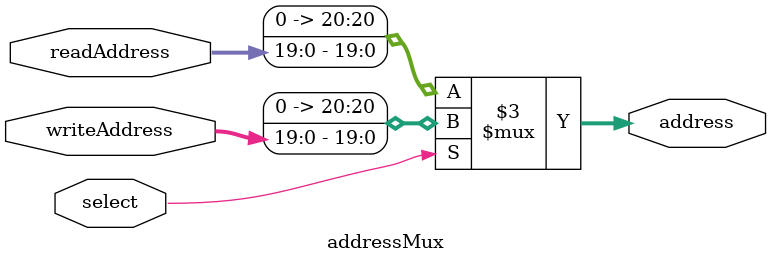
<source format=sv>


module  addressMux 
( 	
		input logic[19:0]	readAddress,
		input logic[19:0] 	writeAddress,
		
		input logic			select,
			
		output logic[20:0] 	address
);

always_comb
	begin
		if(select)
			address = writeAddress;
		else
			address = readAddress;
	end
endmodule

</source>
